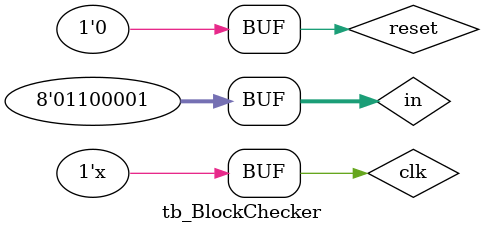
<source format=v>
`timescale 1ns / 1ps


module tb_BlockChecker;

    // Inputs
    reg         clk;
    reg         reset;
    reg  [ 7:0] in;

    // Outputs
    wire        result;

    // Instantiate the Unit Under Test (UUT)
    BlockChecker uut (
        .clk   (clk),
        .reset (reset),
        .in    (in),
        .result(result)
    );

    initial begin
        // Initialize Inputs
        clk   = 0;
        reset = 1;
        in    = 0;

        #1;
        reset = 0;
        // Add stimulus here
        #4;
        in = "h";
        #10;
        in = "i";
        #10;
        in = " ";
        #10;
        in = "b";
        #10;
        in = "e";
        #10;
        in = "g";
        #10;
        in = "i";
        #10;
        in = "n";
        #10;
        in = "a";
    end

    always #5 clk = ~clk;
endmodule


</source>
